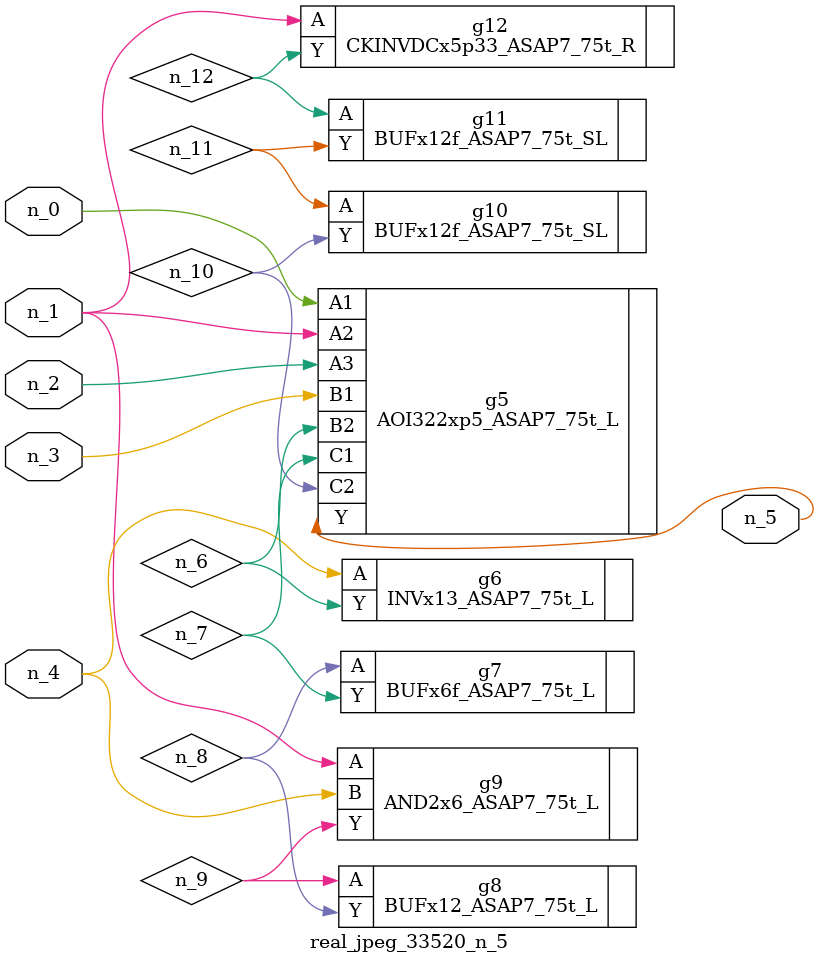
<source format=v>
module real_jpeg_33520_n_5 (n_4, n_0, n_1, n_2, n_3, n_5);

input n_4;
input n_0;
input n_1;
input n_2;
input n_3;

output n_5;

wire n_12;
wire n_8;
wire n_11;
wire n_6;
wire n_7;
wire n_10;
wire n_9;

AOI322xp5_ASAP7_75t_L g5 ( 
.A1(n_0),
.A2(n_1),
.A3(n_2),
.B1(n_3),
.B2(n_6),
.C1(n_7),
.C2(n_10),
.Y(n_5)
);

AND2x6_ASAP7_75t_L g9 ( 
.A(n_1),
.B(n_4),
.Y(n_9)
);

CKINVDCx5p33_ASAP7_75t_R g12 ( 
.A(n_1),
.Y(n_12)
);

INVx13_ASAP7_75t_L g6 ( 
.A(n_4),
.Y(n_6)
);

BUFx6f_ASAP7_75t_L g7 ( 
.A(n_8),
.Y(n_7)
);

BUFx12_ASAP7_75t_L g8 ( 
.A(n_9),
.Y(n_8)
);

BUFx12f_ASAP7_75t_SL g10 ( 
.A(n_11),
.Y(n_10)
);

BUFx12f_ASAP7_75t_SL g11 ( 
.A(n_12),
.Y(n_11)
);


endmodule
</source>
